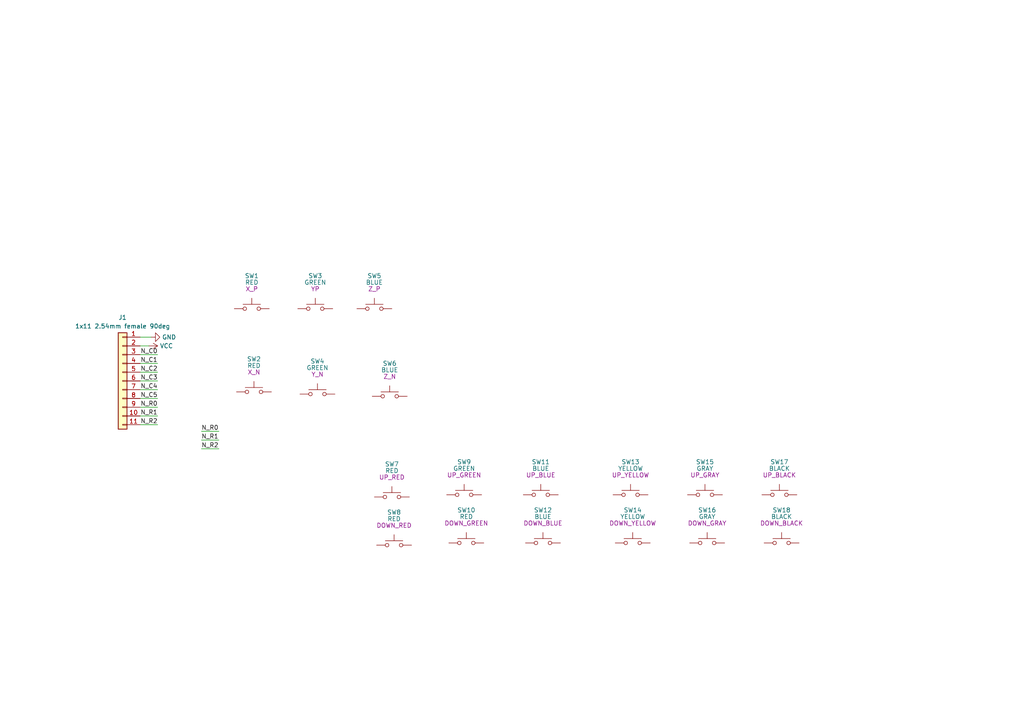
<source format=kicad_sch>
(kicad_sch (version 20211123) (generator eeschema)
  (paper "A4")
  (lib_symbols
    (symbol "Connector_Generic:Conn_01x11" (pin_names (offset 1.016) hide)
      (property "Reference" "J" (at 0 15.24 0))
      (property "Value" "Conn_01x11" (at 0 -15.24 0))
      (symbol "Conn_01x11_1_1"
        (rectangle (start -1.27 -12.573) (end 0 -12.827) (stroke (width 0.1524)))
        (rectangle (start -1.27 -10.033) (end 0 -10.287) (stroke (width 0.1524)))
        (rectangle (start -1.27 -7.493) (end 0 -7.747) (stroke (width 0.1524)))
        (rectangle (start -1.27 -4.953) (end 0 -5.207) (stroke (width 0.1524)))
        (rectangle (start -1.27 -2.413) (end 0 -2.667) (stroke (width 0.1524)))
        (rectangle (start -1.27 0.127) (end 0 -0.127) (stroke (width 0.1524)))
        (rectangle (start -1.27 2.667) (end 0 2.413) (stroke (width 0.1524)))
        (rectangle (start -1.27 5.207) (end 0 4.953) (stroke (width 0.1524)))
        (rectangle (start -1.27 7.747) (end 0 7.493) (stroke (width 0.1524)))
        (rectangle (start -1.27 10.287) (end 0 10.033) (stroke (width 0.1524)))
        (rectangle (start -1.27 12.827) (end 0 12.573) (stroke (width 0.1524)))
        (rectangle (start -1.27 13.97) (end 1.27 -13.97) (stroke (width 0.254)) (fill (type background)))
        (pin passive line (at -5.08 12.7 0) (length 3.81) (name "Pin_1") (number "1"))
        (pin passive line (at -5.08 -10.16 0) (length 3.81) (name "Pin_10") (number "10"))
        (pin passive line (at -5.08 -12.7 0) (length 3.81) (name "Pin_11") (number "11"))
        (pin passive line (at -5.08 10.16 0) (length 3.81) (name "Pin_2") (number "2"))
        (pin passive line (at -5.08 7.62 0) (length 3.81) (name "Pin_3") (number "3"))
        (pin passive line (at -5.08 5.08 0) (length 3.81) (name "Pin_4") (number "4"))
        (pin passive line (at -5.08 2.54 0) (length 3.81) (name "Pin_5") (number "5"))
        (pin passive line (at -5.08 0 0) (length 3.81) (name "Pin_6") (number "6"))
        (pin passive line (at -5.08 -2.54 0) (length 3.81) (name "Pin_7") (number "7"))
        (pin passive line (at -5.08 -5.08 0) (length 3.81) (name "Pin_8") (number "8"))
        (pin passive line (at -5.08 -7.62 0) (length 3.81) (name "Pin_9") (number "9"))
      )
    )
    (symbol "Switch:SW_Push" (pin_numbers hide) (pin_names (offset 1.016) hide)
      (property "Reference" "SW" (at 1.27 2.54 0))
      (property "Value" "SW_Push" (at 0 -1.524 0))
      (symbol "SW_Push_0_1"
        (circle (center -2.032 0) (radius 0.508))
        (polyline (pts (xy 0 1.27) (xy 0 3.048)))
        (polyline (pts (xy 2.54 1.27) (xy -2.54 1.27)))
        (circle (center 2.032 0) (radius 0.508))
        (pin passive line (at -5.08 0 0) (length 2.54) (name "1") (number "1"))
        (pin passive line (at 5.08 0 180) (length 2.54) (name "2") (number "2"))
      )
    )
    (symbol "power:GND" (power) (pin_names (offset 0))
      (property "Value" "GND" (at 0 -3.81 0))
      (symbol "GND_0_1"
        (polyline (pts (xy 0 0) (xy 0 -1.27) (xy 1.27 -1.27) (xy 0 -2.54) (xy -1.27 -1.27) (xy 0 -1.27)))
      )
      (symbol "GND_1_1"
        (pin power_in line (at 0 0 270) (length 0) hide (name "GND") (number "1"))
      )
    )
    (symbol "power:VCC" (power) (pin_names (offset 0))
      (property "Value" "VCC" (at 0 3.81 0))
      (symbol "VCC_0_1"
        (polyline (pts (xy -0.762 1.27) (xy 0 2.54)))
        (polyline (pts (xy 0 0) (xy 0 2.54)))
        (polyline (pts (xy 0 2.54) (xy 0.762 1.27)))
      )
      (symbol "VCC_1_1"
        (pin power_in line (at 0 0 90) (length 0) hide (name "VCC") (number "1"))
      )
    )
  )
  (wire (pts (xy 40.64 97.79) (xy 43.815 97.79)))
  (wire (pts (xy 63.5 125.095) (xy 58.42 125.095)))
  (wire (pts (xy 40.64 107.95) (xy 45.72 107.95)))
  (wire (pts (xy 40.64 110.49) (xy 45.72 110.49)))
  (wire (pts (xy 40.64 113.03) (xy 45.72 113.03)))
  (wire (pts (xy 40.64 123.19) (xy 45.72 123.19)))
  (wire (pts (xy 63.5 130.175) (xy 58.42 130.175)))
  (wire (pts (xy 40.64 102.87) (xy 45.72 102.87)))
  (wire (pts (xy 40.64 120.65) (xy 45.72 120.65)))
  (wire (pts (xy 43.18 100.33) (xy 40.64 100.33)))
  (wire (pts (xy 40.64 115.57) (xy 45.72 115.57)))
  (wire (pts (xy 63.5 127.635) (xy 58.42 127.635)))
  (wire (pts (xy 40.64 105.41) (xy 45.72 105.41)))
  (wire (pts (xy 40.64 118.11) (xy 45.72 118.11)))
  (label "N_R1" (at 58.42 127.635 0))
  (label "N_R1" (at 45.72 120.65 180))
  (label "N_C0" (at 45.72 102.87 180))
  (label "N_C2" (at 45.72 107.95 180))
  (label "N_R0" (at 45.72 118.11 180))
  (label "N_C4" (at 45.72 113.03 180))
  (label "N_R0" (at 58.42 125.095 0))
  (label "N_R2" (at 58.42 130.175 0))
  (label "N_C1" (at 45.72 105.41 180))
  (label "N_C3" (at 45.72 110.49 180))
  (label "N_C5" (at 45.72 115.57 180))
  (label "N_R2" (at 45.72 123.19 180))
  (symbol (lib_id "Switch:SW_Push") (at 157.48 157.48 0) (unit 1)
    (property "Reference" "SW12" (at 157.48 147.955 0))
    (property "Value" "BLUE" (at 157.48 149.86 0))
    (property "Footprint" "For_Rasterboard:SW_PUSH_Color_B9mm_D12mm_P5.08mm" (effects hide))
    (property "Comment" "DOWN_BLUE" (at 157.48 151.765 0))
  )
  (symbol (lib_id "Switch:SW_Push") (at 226.06 143.51 0) (unit 1)
    (property "Reference" "SW17" (at 226.06 133.985 0))
    (property "Value" "BLACK" (at 226.06 135.89 0))
    (property "Footprint" "For_Rasterboard:SW_PUSH_Color_B9mm_D12mm_P5.08mm" (effects hide))
    (property "Comment" "UP_BLACK" (at 226.06 137.795 0))
  )
  (symbol (lib_id "Switch:SW_Push") (at 92.075 114.3 0) (unit 1)
    (property "Reference" "SW4" (at 92.075 104.775 0))
    (property "Value" "GREEN" (at 92.075 106.68 0))
    (property "Footprint" "For_Rasterboard:SW_PUSH_Color_B9mm_D12mm_P5.08mm" (effects hide))
    (property "Comment" "Y_N" (at 92.075 108.585 0))
  )
  (symbol (lib_id "Switch:SW_Push") (at 73.025 89.535 0) (unit 1)
    (property "Reference" "SW1" (at 73.025 80.01 0))
    (property "Value" "RED" (at 73.025 81.915 0))
    (property "Footprint" "For_Rasterboard:SW_PUSH_Color_B9mm_D12mm_P5.08mm" (effects hide))
    (property "Comment" "X_P" (at 73.025 83.82 0))
  )
  (symbol (lib_id "Switch:SW_Push") (at 113.03 114.935 0) (unit 1)
    (property "Reference" "SW6" (at 113.03 105.41 0))
    (property "Value" "BLUE" (at 113.03 107.315 0))
    (property "Footprint" "For_Rasterboard:SW_PUSH_Color_B9mm_D12mm_P5.08mm" (effects hide))
    (property "Comment" "Z_N" (at 113.03 109.22 0))
  )
  (symbol (lib_id "Switch:SW_Push") (at 134.62 143.51 0) (unit 1)
    (property "Reference" "SW9" (at 134.62 133.985 0))
    (property "Value" "GREEN" (at 134.62 135.89 0))
    (property "Footprint" "For_Rasterboard:SW_PUSH_Color_B9mm_D12mm_P5.08mm" (effects hide))
    (property "Comment" "UP_GREEN" (at 134.62 137.795 0))
  )
  (symbol (lib_id "Switch:SW_Push") (at 156.845 143.51 0) (unit 1)
    (property "Reference" "SW11" (at 156.845 133.985 0))
    (property "Value" "BLUE" (at 156.845 135.89 0))
    (property "Footprint" "For_Rasterboard:SW_PUSH_Color_B9mm_D12mm_P5.08mm" (effects hide))
    (property "Comment" "UP_BLUE" (at 156.845 137.795 0))
  )
  (symbol (lib_id "power:VCC") (at 43.18 100.33 270) (mirror x) (unit 1)
    (property "Reference" "#PWR01" (effects hide))
    (property "Value" "VCC" (at 46.355 100.3299 90) (effects (justify left)))
  )
  (symbol (lib_id "Switch:SW_Push") (at 114.3 158.115 0) (unit 1)
    (property "Reference" "SW8" (at 114.3 148.59 0))
    (property "Value" "RED" (at 114.3 150.495 0))
    (property "Footprint" "For_Rasterboard:SW_PUSH_Color_B9mm_D12mm_P5.08mm" (effects hide))
    (property "Comment" "DOWN_RED" (at 114.3 152.4 0))
  )
  (symbol (lib_id "Switch:SW_Push") (at 226.695 157.48 0) (unit 1)
    (property "Reference" "SW18" (at 226.695 147.955 0))
    (property "Value" "BLACK" (at 226.695 149.86 0))
    (property "Footprint" "For_Rasterboard:SW_PUSH_Color_B9mm_D12mm_P5.08mm" (effects hide))
    (property "Comment" "DOWN_BLACK" (at 226.695 151.765 0))
  )
  (symbol (lib_id "Switch:SW_Push") (at 108.585 89.535 0) (unit 1)
    (property "Reference" "SW5" (at 108.585 80.01 0))
    (property "Value" "BLUE" (at 108.585 81.915 0))
    (property "Footprint" "For_Rasterboard:SW_PUSH_Color_B9mm_D12mm_P5.08mm" (effects hide))
    (property "Comment" "Z_P" (at 108.585 83.82 0))
  )
  (symbol (lib_id "Switch:SW_Push") (at 73.66 113.665 0) (unit 1)
    (property "Reference" "SW2" (at 73.66 104.14 0))
    (property "Value" "RED" (at 73.66 106.045 0))
    (property "Footprint" "For_Rasterboard:SW_PUSH_Color_B9mm_D12mm_P5.08mm" (effects hide))
    (property "Comment" "X_N" (at 73.66 107.95 0))
  )
  (symbol (lib_id "Switch:SW_Push") (at 135.255 157.48 0) (unit 1)
    (property "Reference" "SW10" (at 135.255 147.955 0))
    (property "Value" "RED" (at 135.255 149.86 0))
    (property "Footprint" "For_Rasterboard:SW_PUSH_Color_B9mm_D12mm_P5.08mm" (effects hide))
    (property "Comment" "DOWN_GREEN" (at 135.255 151.765 0))
  )
  (symbol (lib_id "Switch:SW_Push") (at 91.44 89.535 0) (unit 1)
    (property "Reference" "SW3" (at 91.44 80.01 0))
    (property "Value" "GREEN" (at 91.44 81.915 0))
    (property "Footprint" "For_Rasterboard:SW_PUSH_Color_B9mm_D12mm_P5.08mm" (effects hide))
    (property "Comment" "YP" (at 91.44 83.82 0))
  )
  (symbol (lib_id "power:GND") (at 43.815 97.79 90) (unit 1)
    (property "Reference" "#PWR02" (effects hide))
    (property "Value" "GND" (at 46.99 97.7899 90) (effects (justify right)))
  )
  (symbol (lib_id "Switch:SW_Push") (at 183.515 157.48 0) (unit 1)
    (property "Reference" "SW14" (at 183.515 147.955 0))
    (property "Value" "YELLOW" (at 183.515 149.86 0))
    (property "Footprint" "For_Rasterboard:SW_PUSH_Color_B9mm_D12mm_P5.08mm" (effects hide))
    (property "Comment" "DOWN_YELLOW" (at 183.515 151.765 0))
  )
  (symbol (lib_id "Switch:SW_Push") (at 182.88 143.51 0) (unit 1)
    (property "Reference" "SW13" (at 182.88 133.985 0))
    (property "Value" "YELLOW" (at 182.88 135.89 0))
    (property "Footprint" "For_Rasterboard:SW_PUSH_Color_B9mm_D12mm_P5.08mm" (effects hide))
    (property "Comment" "UP_YELLOW" (at 182.88 137.795 0))
  )
  (symbol (lib_id "Switch:SW_Push") (at 205.105 157.48 0) (unit 1)
    (property "Reference" "SW16" (at 205.105 147.955 0))
    (property "Value" "GRAY" (at 205.105 149.86 0))
    (property "Footprint" "For_Rasterboard:SW_PUSH_Color_B9mm_D12mm_P5.08mm" (effects hide))
    (property "Comment" "DOWN_GRAY" (at 205.105 151.765 0))
  )
  (symbol (lib_id "Connector_Generic:Conn_01x11") (at 35.56 110.49 0) (mirror y) (unit 1)
    (property "Reference" "J1" (at 35.56 92.075 0))
    (property "Value" "1x11 2.54mm female 90deg" (at 35.56 94.615 0))
    (property "Footprint" "Connector_PinSocket_2.54mm:PinSocket_1x11_P2.54mm_Horizontal" (effects hide))
  )
  (symbol (lib_id "Switch:SW_Push") (at 113.665 144.145 0) (unit 1)
    (property "Reference" "SW7" (at 113.665 134.62 0))
    (property "Value" "RED" (at 113.665 136.525 0))
    (property "Footprint" "For_Rasterboard:SW_PUSH_Color_B9mm_D12mm_P5.08mm" (effects hide))
    (property "Comment" "UP_RED" (at 113.665 138.43 0))
  )
  (symbol (lib_id "Switch:SW_Push") (at 204.47 143.51 0) (unit 1)
    (property "Reference" "SW15" (at 204.47 133.985 0))
    (property "Value" "GRAY" (at 204.47 135.89 0))
    (property "Footprint" "For_Rasterboard:SW_PUSH_Color_B9mm_D12mm_P5.08mm" (effects hide))
    (property "Comment" "UP_GRAY" (at 204.47 137.795 0))
  )
)
</source>
